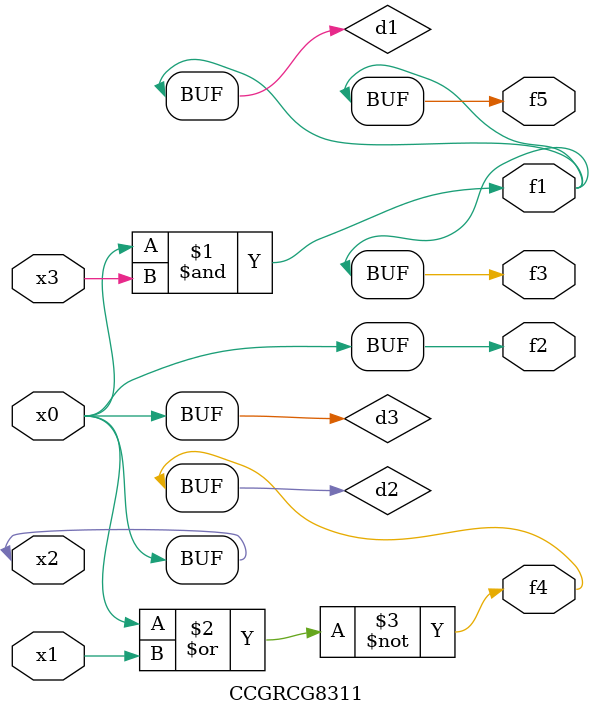
<source format=v>
module CCGRCG8311(
	input x0, x1, x2, x3,
	output f1, f2, f3, f4, f5
);

	wire d1, d2, d3;

	and (d1, x2, x3);
	nor (d2, x0, x1);
	buf (d3, x0, x2);
	assign f1 = d1;
	assign f2 = d3;
	assign f3 = d1;
	assign f4 = d2;
	assign f5 = d1;
endmodule

</source>
